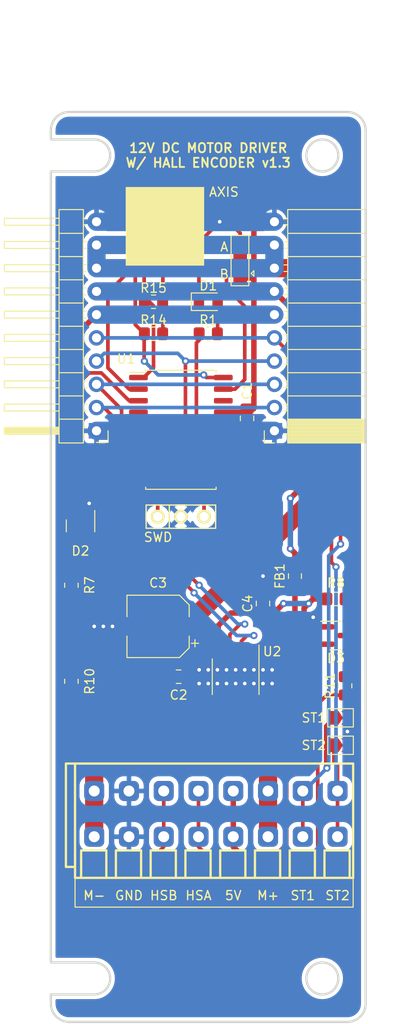
<source format=kicad_pcb>
(kicad_pcb (version 20211014) (generator pcbnew)
  (layers (0 "F.Cu" signal) (31 "B.Cu" power) (34 "B.Paste" user) (35 "F.Paste" user) (36 "B.SilkS" user "B.Silkscreen") (37 "F.SilkS" user "F.Silkscreen") (38 "B.Mask" user) (39 "F.Mask" user) (44 "Edge.Cuts" user))
  (net 0 "")
  (net 1 "GND")
  (net 2 "+3V3")
  (net 3 "+12V")
  (net 4 "Net-(D1-Pad2)")
  (net 5 "/HALL_B")
  (net 6 "/HALL_A")
  (net 7 "+5V")
  (net 8 "Net-(FB1-Pad1)")
  (net 9 "/IRQ")
  (net 10 "/SDA")
  (net 11 "/SCL")
  (net 12 "/MOTOR_P")
  (net 13 "Net-(J3-Pad4)")
  (net 14 "Net-(J3-Pad3)")
  (net 15 "/MOTOR_M")
  (net 16 "/LED")
  (net 17 "/MOTOR_1")
  (net 18 "/MOTOR_2")
  (net 19 "/SWDIO")
  (net 20 "/SWCLK")
  (net 21 "/STOP_2")
  (net 22 "/STOP_1")
  (net 23 "/ADDR")
  (net 24 "/RST")
  (footprint "Package_TO_SOT_SMD:SOT-23" (layer "F.Cu") (at 114 107.5)
    (fp_text reference "D3" (at 0 2.5) (layer "F.SilkS"))
    (fp_text value "BAT54S")
    (pad "1" smd roundrect locked (at -0.9375 -0.95) (size 1.475 0.6) (layers "F.Cu" "F.Paste" "F.Mask") (net 1 "GND"))
    (pad "2" smd roundrect locked (at -0.9375 0.95) (size 1.475 0.6) (layers "F.Cu" "F.Paste" "F.Mask") (net 2 "+3V3"))
    (pad "3" smd roundrect locked (at 0.9375 0) (size 1.475 0.6) (layers "F.Cu" "F.Paste" "F.Mask") (net 6 "/HALL_A"))
  )
  (footprint "Inductor_SMD:L_0805_2012Metric_Pad1.15x1.40mm_HandSolder" (layer "F.Cu") (at 109.5 101 90)
    (fp_text reference "FB1" (at 0 -1.65 90) (layer "F.SilkS"))
    (fp_text value "600R/500mA")
    (pad "1" smd roundrect locked (at -1.025 0 90) (size 1.15 1.4) (layers "F.Cu" "F.Paste" "F.Mask") (roundrect_rratio 0.217391) (net 8 "Net-(FB1-Pad1)"))
    (pad "2" smd roundrect locked (at 1.025 0 90) (size 1.15 1.4) (layers "F.Cu" "F.Paste" "F.Mask") (roundrect_rratio 0.217391) (net 7 "+5V"))
  )
  (footprint "Resistor_SMD:R_0805_2012Metric_Pad1.20x1.40mm_HandSolder" (layer "F.Cu") (at 100 74.5 180)
    (fp_text reference "R1" (at 0 1.5) (layer "F.SilkS"))
    (fp_text value "270R")
    (pad "1" smd roundrect locked (at -1 0 180) (size 1.2 1.4) (layers "F.Cu" "F.Paste" "F.Mask") (roundrect_rratio 0.208333) (net 4 "Net-(D1-Pad2)"))
    (pad "2" smd roundrect locked (at 1 0 180) (size 1.2 1.4) (layers "F.Cu" "F.Paste" "F.Mask") (roundrect_rratio 0.208333) (net 16 "/LED"))
  )
  (footprint "Package_TO_SOT_SMD:SOT-23" (layer "F.Cu") (at 86 95.5 -90)
    (fp_text reference "D2" (at 2.75 0 180) (layer "F.SilkS"))
    (fp_text value "BAT54S")
    (pad "1" smd roundrect locked (at -0.9375 -0.95 270) (size 1.475 0.6) (layers "F.Cu" "F.Paste" "F.Mask") (net 1 "GND"))
    (pad "2" smd roundrect locked (at -0.9375 0.95 270) (size 1.475 0.6) (layers "F.Cu" "F.Paste" "F.Mask") (net 2 "+3V3"))
    (pad "3" smd roundrect locked (at 0.9375 0 270) (size 1.475 0.6) (layers "F.Cu" "F.Paste" "F.Mask") (net 5 "/HALL_B"))
  )
  (footprint "Resistor_SMD:R_0805_2012Metric_Pad1.20x1.40mm_HandSolder" (layer "F.Cu") (at 115 113 90)
    (fp_text reference "R11" (at 0 -1.65 90) (layer "F.SilkS"))
    (fp_text value "270R")
    (pad "1" smd roundrect locked (at -1 0 90) (size 1.2 1.4) (layers "F.Cu" "F.Paste" "F.Mask") (roundrect_rratio 0.208333) (net 13 "Net-(J3-Pad4)"))
    (pad "2" smd roundrect locked (at 1 0 90) (size 1.2 1.4) (layers "F.Cu" "F.Paste" "F.Mask") (roundrect_rratio 0.208333) (net 6 "/HALL_A"))
  )
  (footprint "Resistor_SMD:R_0805_2012Metric_Pad1.20x1.40mm_HandSolder" (layer "F.Cu") (at 85 102 90)
    (fp_text reference "R7" (at 0 2 90) (layer "F.SilkS"))
    (fp_text value "10k")
    (pad "1" smd roundrect locked (at -1 0 90) (size 1.2 1.4) (layers "F.Cu" "F.Paste" "F.Mask") (roundrect_rratio 0.208333) (net 5 "/HALL_B"))
    (pad "2" smd roundrect locked (at 1 0 90) (size 1.2 1.4) (layers "F.Cu" "F.Paste" "F.Mask") (roundrect_rratio 0.208333) (net 2 "+3V3"))
  )
  (footprint "Resistor_SMD:R_0805_2012Metric_Pad1.20x1.40mm_HandSolder" (layer "F.Cu") (at 114 103.5 180)
    (fp_text reference "R8" (at 0 1.75) (layer "F.SilkS"))
    (fp_text value "10k")
    (pad "1" smd roundrect locked (at -1 0 180) (size 1.2 1.4) (layers "F.Cu" "F.Paste" "F.Mask") (roundrect_rratio 0.208333) (net 6 "/HALL_A"))
    (pad "2" smd roundrect locked (at 1 0 180) (size 1.2 1.4) (layers "F.Cu" "F.Paste" "F.Mask") (roundrect_rratio 0.208333) (net 2 "+3V3"))
  )
  (footprint "Capacitor_SMD:CP_Elec_6.3x5.4" (layer "F.Cu") (at 94.5 106.5 180)
    (fp_text reference "C3" (at 0 4.75) (layer "F.SilkS"))
    (fp_text value "100u/16V")
    (pad "1" smd roundrect locked (at -2.8 0 180) (size 3.5 1.6) (layers "F.Cu" "F.Paste" "F.Mask") (roundrect_rratio 0.15625) (net 3 "+12V"))
    (pad "2" smd roundrect locked (at 2.8 0 180) (size 3.5 1.6) (layers "F.Cu" "F.Paste" "F.Mask") (roundrect_rratio 0.15625) (net 1 "GND"))
  )
  (footprint "Package_SO:SOIC-20W_7.5x12.8mm_P1.27mm" (layer "F.Cu") (at 97 85)
    (fp_text reference "U1" (at -6 -7.75) (layer "F.SilkS"))
    (fp_text value "ATSAMD11D14A-SS")
    (pad "1" smd roundrect locked (at -4.65 -5.715) (size 2.05 0.6) (layers "F.Cu" "F.Paste" "F.Mask") (net 21 "/STOP_2"))
    (pad "2" smd roundrect locked (at -4.65 -4.445) (size 2.05 0.6) (layers "F.Cu" "F.Paste" "F.Mask") (net 6 "/HALL_A"))
    (pad "3" smd roundrect locked (at -4.65 -3.175) (size 2.05 0.6) (layers "F.Cu" "F.Paste" "F.Mask") (net 5 "/HALL_B"))
    (pad "4" smd roundrect locked (at -4.65 -1.905) (size 2.05 0.6) (layers "F.Cu" "F.Paste" "F.Mask"))
    (pad "5" smd roundrect locked (at -4.65 -0.635) (size 2.05 0.6) (layers "F.Cu" "F.Paste" "F.Mask"))
    (pad "6" smd roundrect locked (at -4.65 0.635) (size 2.05 0.6) (layers "F.Cu" "F.Paste" "F.Mask") (net 10 "/SDA"))
    (pad "7" smd roundrect locked (at -4.65 1.905) (size 2.05 0.6) (layers "F.Cu" "F.Paste" "F.Mask") (net 11 "/SCL"))
    (pad "8" smd roundrect locked (at -4.65 3.175) (size 2.05 0.6) (layers "F.Cu" "F.Paste" "F.Mask") (net 17 "/MOTOR_1"))
    (pad "9" smd roundrect locked (at -4.65 4.445) (size 2.05 0.6) (layers "F.Cu" "F.Paste" "F.Mask") (net 18 "/MOTOR_2"))
    (pad "10" smd roundrect locked (at -4.65 5.715) (size 2.05 0.6) (layers "F.Cu" "F.Paste" "F.Mask") (net 9 "/IRQ"))
    (pad "11" smd roundrect locked (at 4.65 5.715) (size 2.05 0.6) (layers "F.Cu" "F.Paste" "F.Mask") (net 24 "/RST"))
    (pad "12" smd roundrect locked (at 4.65 4.445) (size 2.05 0.6) (layers "F.Cu" "F.Paste" "F.Mask") (net 20 "/SWCLK"))
    (pad "13" smd roundrect locked (at 4.65 3.175) (size 2.05 0.6) (layers "F.Cu" "F.Paste" "F.Mask") (net 19 "/SWDIO"))
    (pad "14" smd roundrect locked (at 4.65 1.905) (size 2.05 0.6) (layers "F.Cu" "F.Paste" "F.Mask") (net 16 "/LED"))
    (pad "15" smd roundrect locked (at 4.65 0.635) (size 2.05 0.6) (layers "F.Cu" "F.Paste" "F.Mask"))
    (pad "16" smd roundrect locked (at 4.65 -0.635) (size 2.05 0.6) (layers "F.Cu" "F.Paste" "F.Mask") (net 1 "GND"))
    (pad "17" smd roundrect locked (at 4.65 -1.905) (size 2.05 0.6) (layers "F.Cu" "F.Paste" "F.Mask") (net 2 "+3V3"))
    (pad "18" smd roundrect locked (at 4.65 -3.175) (size 2.05 0.6) (layers "F.Cu" "F.Paste" "F.Mask"))
    (pad "19" smd roundrect locked (at 4.65 -4.445) (size 2.05 0.6) (layers "F.Cu" "F.Paste" "F.Mask") (net 23 "/ADDR"))
    (pad "20" smd roundrect locked (at 4.65 -5.715) (size 2.05 0.6) (layers "F.Cu" "F.Paste" "F.Mask") (net 22 "/STOP_1"))
  )
  (footprint "Resistor_SMD:R_0805_2012Metric_Pad1.20x1.40mm_HandSolder" (layer "F.Cu") (at 85 112.5 90)
    (fp_text reference "R10" (at 0 2 90) (layer "F.SilkS"))
    (fp_text value "270R")
    (pad "1" smd roundrect locked (at -1 0 90) (size 1.2 1.4) (layers "F.Cu" "F.Paste" "F.Mask") (roundrect_rratio 0.208333) (net 14 "Net-(J3-Pad3)"))
    (pad "2" smd roundrect locked (at 1 0 90) (size 1.2 1.4) (layers "F.Cu" "F.Paste" "F.Mask") (roundrect_rratio 0.208333) (net 5 "/HALL_B"))
  )
  (footprint "LED_SMD:LED_0805_2012Metric_Pad1.15x1.40mm_HandSolder" (layer "F.Cu") (at 100 71)
    (fp_text reference "D1" (at 0 -1.75) (layer "F.SilkS"))
    (fp_text value "LED")
    (pad "1" smd roundrect locked (at -1.025 0) (size 1.15 1.4) (layers "F.Cu" "F.Paste" "F.Mask") (roundrect_rratio 0.217391) (net 1 "GND"))
    (pad "2" smd roundrect locked (at 1.025 0) (size 1.15 1.4) (layers "F.Cu" "F.Paste" "F.Mask") (roundrect_rratio 0.217391) (net 4 "Net-(D1-Pad2)"))
  )
  (footprint "Capacitor_SMD:C_0805_2012Metric_Pad1.18x1.45mm_HandSolder" (layer "F.Cu") (at 104.25 83.75 -90)
    (fp_text reference "C1" (at -3 0 90) (layer "F.SilkS"))
    (fp_text value "100n")
    (pad "1" smd roundrect locked (at -1.0375 0 270) (size 1.175 1.45) (layers "F.Cu" "F.Paste" "F.Mask") (roundrect_rratio 0.212766) (net 2 "+3V3"))
    (pad "2" smd roundrect locked (at 1.0375 0 270) (size 1.175 1.45) (layers "F.Cu" "F.Paste" "F.Mask") (roundrect_rratio 0.212766) (net 1 "GND"))
  )
  (footprint "Resistor_SMD:R_0805_2012Metric_Pad1.20x1.40mm_HandSolder" (layer "F.Cu") (at 94 74.5)
    (fp_text reference "R14" (at 0 -1.5) (layer "F.SilkS"))
    (fp_text value "10k")
    (pad "1" smd roundrect locked (at -1 0) (size 1.2 1.4) (layers "F.Cu" "F.Paste" "F.Mask") (roundrect_rratio 0.208333) (net 22 "/STOP_1"))
    (pad "2" smd roundrect locked (at 1 0) (size 1.2 1.4) (layers "F.Cu" "F.Paste" "F.Mask") (roundrect_rratio 0.208333) (net 2 "+3V3"))
  )
  (footprint "Resistor_SMD:R_0805_2012Metric_Pad1.20x1.40mm_HandSolder" (layer "F.Cu") (at 94 71)
    (fp_text reference "R15" (at 0 -1.5) (layer "F.SilkS"))
    (fp_text value "10k")
    (pad "1" smd roundrect locked (at -1 0) (size 1.2 1.4) (layers "F.Cu" "F.Paste" "F.Mask") (roundrect_rratio 0.208333) (net 21 "/STOP_2"))
    (pad "2" smd roundrect locked (at 1 0) (size 1.2 1.4) (layers "F.Cu" "F.Paste" "F.Mask") (roundrect_rratio 0.208333) (net 2 "+3V3"))
  )
  (footprint "Drake:DG235-3.81-08P" (layer "F.Cu") (at 87.5 124.5)
    (fp_text reference "J3" hide)
    (fp_text value "Conn_01x08_Female")
    (pad "1" thru_hole roundrect locked (at 0 5) (size 2.2 2.2) (drill 1.2) (layers *.Cu *.Mask) (net 15 "/MOTOR_M"))
    (pad "1" thru_hole roundrect locked (at 0 0) (size 2.2 2.2) (drill 1.2) (layers *.Cu *.Mask) (net 15 "/MOTOR_M"))
    (pad "2" thru_hole roundrect locked (at 3.81 5) (size 2.2 2.2) (drill 1.2) (layers *.Cu *.Mask) (net 1 "GND"))
    (pad "2" thru_hole roundrect locked (at 3.81 0) (size 2.2 2.2) (drill 1.2) (layers *.Cu *.Mask) (net 1 "GND"))
    (pad "3" thru_hole roundrect locked (at 7.62 0) (size 2.2 2.2) (drill 1.2) (layers *.Cu *.Mask) (net 14 "Net-(J3-Pad3)"))
    (pad "3" thru_hole roundrect locked (at 7.62 5) (size 2.2 2.2) (drill 1.2) (layers *.Cu *.Mask) (net 14 "Net-(J3-Pad3)"))
    (pad "4" thru_hole roundrect locked (at 11.43 0) (size 2.2 2.2) (drill 1.2) (layers *.Cu *.Mask) (net 13 "Net-(J3-Pad4)"))
    (pad "4" thru_hole roundrect locked (at 11.43 5) (size 2.2 2.2) (drill 1.2) (layers *.Cu *.Mask) (net 13 "Net-(J3-Pad4)"))
    (pad "5" thru_hole roundrect locked (at 15.24 5) (size 2.2 2.2) (drill 1.2) (layers *.Cu *.Mask) (net 8 "Net-(FB1-Pad1)"))
    (pad "5" thru_hole roundrect locked (at 15.24 0) (size 2.2 2.2) (drill 1.2) (layers *.Cu *.Mask) (net 8 "Net-(FB1-Pad1)"))
    (pad "6" thru_hole roundrect locked (at 19.05 0) (size 2.2 2.2) (drill 1.2) (layers *.Cu *.Mask) (net 12 "/MOTOR_P"))
    (pad "6" thru_hole roundrect locked (at 19.05 5) (size 2.2 2.2) (drill 1.2) (layers *.Cu *.Mask) (net 12 "/MOTOR_P"))
    (pad "7" thru_hole roundrect locked (at 22.86 5) (size 2.2 2.2) (drill 1.2) (layers *.Cu *.Mask) (net 22 "/STOP_1"))
    (pad "7" thru_hole roundrect locked (at 22.86 0) (size 2.2 2.2) (drill 1.2) (layers *.Cu *.Mask) (net 22 "/STOP_1"))
    (pad "8" thru_hole roundrect locked (at 26.67 5) (size 2.2 2.2) (drill 1.2) (layers *.Cu *.Mask) (net 21 "/STOP_2"))
    (pad "8" thru_hole roundrect locked (at 26.67 0) (size 2.2 2.2) (drill 1.2) (layers *.Cu *.Mask) (net 21 "/STOP_2"))
  )
  (footprint "Jumper:SolderJumper-3_P2.0mm_Open_TrianglePad1.0x1.5mm" (layer "F.Cu") (at 103.5 66.5 90)
    (fp_text reference "JP1" hide)
    (fp_text value "SolderJumper_3_Open")
    (pad "1" smd custom locked (at -2 0 90) (size 0.3 0.3) (layers "F.Cu" "F.Mask") (net 2 "+3V3") (options (clearance outline) (anchor rect)) (primitives (gr_poly (pts (xy 1 0) (xy 0.5 0.75) (xy -0.5 0.75) (xy -0.5 -0.75) (xy 0.5 -0.75)) (width 0) (fill yes))))
    (pad "2" smd custom locked (at 0 0 90) (size 0.3 0.3) (layers "F.Cu") (net 23 "/ADDR") (options (clearance outline) (anchor rect)) (primitives (gr_poly (pts (xy 0.7 0) (xy 1.2 0.75) (xy -1.2 0.75) (xy -0.7 0) (xy -1.2 -0.75) (xy 1.2 -0.75)) (width 0) (fill yes))))
    (pad "3" smd custom locked (at 2 0 270) (size 0.3 0.3) (layers "F.Cu" "F.Mask") (net 1 "GND") (options (clearance outline) (anchor rect)) (primitives (gr_poly (pts (xy 1 0) (xy 0.5 0.75) (xy -0.5 0.75) (xy -0.5 -0.75) (xy 0.5 -0.75)) (width 0) (fill yes))))
  )
  (footprint "Jumper:SolderJumper-2_P1.3mm_Open_TrianglePad1.0x1.5mm" (layer "F.Cu") (at 114.5 116.5)
    (fp_text reference "ST1" (at -1.5 0) (layer "F.SilkS") (effects (justify right)))
    (fp_text value "SolderJumper_2_Open")
    (pad "1" smd custom locked (at -0.725 0) (size 0.3 0.3) (layers "F.Cu" "F.Mask") (net 22 "/STOP_1") (options (clearance outline) (anchor rect)) (primitives (gr_poly (pts (xy 1 0) (xy 0.5 0.75) (xy -0.5 0.75) (xy -0.5 -0.75) (xy 0.5 -0.75)) (width 0) (fill yes))))
    (pad "2" smd custom locked (at 0.725 0) (size 0.3 0.3) (layers "F.Cu" "F.Mask") (net 1 "GND") (options (clearance outline) (anchor rect)) (primitives (gr_poly (pts (xy 0.5 0.75) (xy -0.65 0.75) (xy -0.15 0) (xy -0.65 -0.75) (xy 0.5 -0.75)) (width 0) (fill yes))))
  )
  (footprint "Jumper:SolderJumper-2_P1.3mm_Open_TrianglePad1.0x1.5mm" (layer "F.Cu") (at 114.5 119.5)
    (fp_text reference "ST2" (at -1.5 0 180) (layer "F.SilkS") (effects (justify right)))
    (fp_text value "SolderJumper_2_Open")
    (pad "1" smd custom locked (at -0.725 0) (size 0.3 0.3) (layers "F.Cu" "F.Mask") (net 21 "/STOP_2") (options (clearance outline) (anchor rect)) (primitives (gr_poly (pts (xy 1 0) (xy 0.5 0.75) (xy -0.5 0.75) (xy -0.5 -0.75) (xy 0.5 -0.75)) (width 0) (fill yes))))
    (pad "2" smd custom locked (at 0.725 0) (size 0.3 0.3) (layers "F.Cu" "F.Mask") (net 1 "GND") (options (clearance outline) (anchor rect)) (primitives (gr_poly (pts (xy 0.5 0.75) (xy -0.65 0.75) (xy -0.15 0) (xy -0.65 -0.75) (xy 0.5 -0.75)) (width 0) (fill yes))))
  )
  (footprint "Connector_PinHeader_2.54mm:PinHeader_1x10_P2.54mm_Horizontal" (layer "F.Cu") (at 87.75 85.11 180)
    (fp_text reference "J1" hide)
    (fp_text value "T100-IN")
    (pad "1" thru_hole rect locked (at 0 0 180) (size 1.7 1.7) (drill 1) (layers *.Cu *.Mask) (net 1 "GND"))
    (pad "2" thru_hole oval locked (at 0 2.54 180) (size 1.7 1.7) (drill 1) (layers *.Cu *.Mask) (net 11 "/SCL"))
    (pad "3" thru_hole oval locked (at 0 5.08 180) (size 1.7 1.7) (drill 1) (layers *.Cu *.Mask) (net 10 "/SDA"))
    (pad "4" thru_hole oval locked (at 0 7.62 180) (size 1.7 1.7) (drill 1) (layers *.Cu *.Mask) (net 9 "/IRQ"))
    (pad "5" thru_hole oval locked (at 0 10.16 180) (size 1.7 1.7) (drill 1) (layers *.Cu *.Mask) (net 24 "/RST"))
    (pad "6" thru_hole oval locked (at 0 12.7 180) (size 1.7 1.7) (drill 1) (layers *.Cu *.Mask) (net 2 "+3V3"))
    (pad "7" thru_hole oval locked (at 0 15.24 180) (size 1.7 1.7) (drill 1) (layers *.Cu *.Mask) (net 7 "+5V"))
    (pad "8" thru_hole oval locked (at 0 17.78 180) (size 1.7 1.7) (drill 1) (layers *.Cu *.Mask) (net 3 "+12V"))
    (pad "9" thru_hole oval locked (at 0 20.32 180) (size 1.7 1.7) (drill 1) (layers *.Cu *.Mask) (net 3 "+12V"))
    (pad "10" thru_hole oval locked (at 0 22.86 180) (size 1.7 1.7) (drill 1) (layers *.Cu *.Mask) (net 1 "GND"))
  )
  (footprint "Connector_PinSocket_2.54mm:PinSocket_1x10_P2.54mm_Horizontal" (layer "F.Cu") (at 107.25 85.11 180)
    (fp_text reference "J2" hide)
    (fp_text value "T100-OUT")
    (pad "1" thru_hole rect locked (at 0 0 180) (size 1.7 1.7) (drill 1) (layers *.Cu *.Mask) (net 1 "GND"))
    (pad "2" thru_hole oval locked (at 0 2.54 180) (size 1.7 1.7) (drill 1) (layers *.Cu *.Mask) (net 11 "/SCL"))
    (pad "3" thru_hole oval locked (at 0 5.08 180) (size 1.7 1.7) (drill 1) (layers *.Cu *.Mask) (net 10 "/SDA"))
    (pad "4" thru_hole oval locked (at 0 7.62 180) (size 1.7 1.7) (drill 1) (layers *.Cu *.Mask) (net 9 "/IRQ"))
    (pad "5" thru_hole oval locked (at 0 10.16 180) (size 1.7 1.7) (drill 1) (layers *.Cu *.Mask) (net 24 "/RST"))
    (pad "6" thru_hole oval locked (at 0 12.7 180) (size 1.7 1.7) (drill 1) (layers *.Cu *.Mask) (net 2 "+3V3"))
    (pad "7" thru_hole oval locked (at 0 15.24 180) (size 1.7 1.7) (drill 1) (layers *.Cu *.Mask) (net 7 "+5V"))
    (pad "8" thru_hole oval locked (at 0 17.78 180) (size 1.7 1.7) (drill 1) (layers *.Cu *.Mask) (net 3 "+12V"))
    (pad "9" thru_hole oval locked (at 0 20.32 180) (size 1.7 1.7) (drill 1) (layers *.Cu *.Mask) (net 3 "+12V"))
    (pad "10" thru_hole oval locked (at 0 22.86 180) (size 1.7 1.7) (drill 1) (layers *.Cu *.Mask) (net 1 "GND"))
  )
  (footprint "Capacitor_SMD:C_0805_2012Metric_Pad1.18x1.45mm_HandSolder" (layer "F.Cu") (at 96.75 112)
    (fp_text reference "C2" (at 0 2) (layer "F.SilkS"))
    (fp_text value "100n")
    (pad "1" smd roundrect locked (at -1.0375 0) (size 1.175 1.45) (layers "F.Cu" "F.Paste" "F.Mask") (roundrect_rratio 0.212766) (net 3 "+12V"))
    (pad "2" smd roundrect locked (at 1.0375 0) (size 1.175 1.45) (layers "F.Cu" "F.Paste" "F.Mask") (roundrect_rratio 0.212766) (net 1 "GND"))
  )
  (footprint "Drake:SWD" (layer "F.Cu") (at 97 94.5)
    (fp_text reference "X1" hide)
    (fp_text value "SWD")
    (pad "1" thru_hole circle locked (at -2.54 0) (size 1.524 1.524) (drill 1.016) (layers *.Cu *.Mask "F.SilkS") (net 19 "/SWDIO"))
    (pad "2" thru_hole circle locked (at 0 0) (size 1.524 1.524) (drill 1.016) (layers *.Cu *.Mask "F.SilkS") (net 1 "GND"))
    (pad "3" thru_hole circle locked (at 2.54 0) (size 1.524 1.524) (drill 1.016) (layers *.Cu *.Mask "F.SilkS") (net 20 "/SWCLK"))
  )
  (footprint "Capacitor_SMD:C_0805_2012Metric_Pad1.18x1.45mm_HandSolder" (layer "F.Cu") (at 106 104 90)
    (fp_text reference "C4" (at 0 -1.68 90) (layer "F.SilkS"))
    (fp_text value "100n")
    (pad "1" smd roundrect locked (at -1.0375 0 90) (size 1.175 1.45) (layers "F.Cu" "F.Paste" "F.Mask") (roundrect_rratio 0.212766) (net 2 "+3V3"))
    (pad "2" smd roundrect locked (at 1.0375 0 90) (size 1.175 1.45) (layers "F.Cu" "F.Paste" "F.Mask") (roundrect_rratio 0.212766) (net 1 "GND"))
  )
  (footprint "Package_SO:HSOP-8-1EP_3.9x4.9mm_P1.27mm_EP2.41x3.1mm" (layer "F.Cu") (at 103 112 -90)
    (fp_text reference "U2" (at -2.75 -4 180) (layer "F.SilkS"))
    (fp_text value "TB67H451FNG")
    (pad "1" smd roundrect locked (at -2.65 -1.905 270) (size 1.6 0.6) (layers "F.Cu" "F.Paste" "F.Mask") (net 1 "GND"))
    (pad "2" smd roundrect locked (at -2.65 -0.635 270) (size 1.6 0.6) (layers "F.Cu" "F.Paste" "F.Mask") (net 17 "/MOTOR_1"))
    (pad "3" smd roundrect locked (at -2.65 0.635 270) (size 1.6 0.6) (layers "F.Cu" "F.Paste" "F.Mask") (net 18 "/MOTOR_2"))
    (pad "4" smd roundrect locked (at -2.65 1.905 270) (size 1.6 0.6) (layers "F.Cu" "F.Paste" "F.Mask") (net 2 "+3V3"))
    (pad "5" smd roundrect locked (at 2.65 1.905 270) (size 1.6 0.6) (layers "F.Cu" "F.Paste" "F.Mask") (net 3 "+12V"))
    (pad "6" smd roundrect locked (at 2.65 0.635 270) (size 1.6 0.6) (layers "F.Cu" "F.Paste" "F.Mask") (net 15 "/MOTOR_M"))
    (pad "7" smd roundrect locked (at 2.65 -0.635 270) (size 1.6 0.6) (layers "F.Cu" "F.Paste" "F.Mask") (net 1 "GND"))
    (pad "8" smd roundrect locked (at 2.65 -1.905 270) (size 1.6 0.6) (layers "F.Cu" "F.Paste" "F.Mask") (net 12 "/MOTOR_P"))
    (pad "9" smd rect locked (at 0 0 270) (size 2.41 3.1) (layers "F.Cu" "F.Mask") (net 1 "GND"))
  )
  (gr_line (start 115.88 137.199999) (end 115.88 133.999999) (layer "F.SilkS") (width 0.12))
  (gr_line (start 85.4 137.2) (end 85.4 134) (layer "F.SilkS") (width 0.12))
  (gr_line (start 115.88 137.199999) (end 85.4 137.2) (layer "F.SilkS") (width 0.12))
  (gr_poly (pts (xy 99.5 67) (xy 91 67) (xy 91 58.5) (xy 99.5 58.5)) (layer "F.SilkS") (width 0.1) (fill solid))
  (gr_line (start 115.25 149.75) (end 84.749999 149.75) (layer "Edge.Cuts") (width 0.254))
  (gr_arc (start 117.25 147.75) (mid 116.664214 149.164214) (end 115.25 149.75) (layer "Edge.Cuts") (width 0.254))
  (gr_line (start 82.749999 147.75) (end 82.749999 146.75) (layer "Edge.Cuts") (width 0.254))
  (gr_line (start 87.5 143.25) (end 82.749999 143.25) (layer "Edge.Cuts") (width 0.254))
  (gr_line (start 87.5 56.749999) (end 82.75 56.749999) (layer "Edge.Cuts") (width 0.254))
  (gr_arc (start 87.5 143.25) (mid 89.25 145) (end 87.5 146.75) (layer "Edge.Cuts") (width 0.254))
  (gr_circle (center 112.5 145) (end 114.25 145) (layer "Edge.Cuts") (width 0.254) (fill none))
  (gr_line (start 87.5 146.75) (end 82.749999 146.75) (layer "Edge.Cuts") (width 0.254))
  (gr_arc (start 115.25 50.25) (mid 116.664214 50.835786) (end 117.25 52.25) (layer "Edge.Cuts") (width 0.254))
  (gr_line (start 117.25 147.75) (end 117.25 52.25) (layer "Edge.Cuts") (width 0.254))
  (gr_arc (start 87.5 53.249999) (mid 89.25 54.999999) (end 87.5 56.749999) (layer "Edge.Cuts") (width 0.254))
  (gr_arc (start 84.749999 149.75) (mid 83.335785 149.164214) (end 82.749999 147.75) (layer "Edge.Cuts") (width 0.254))
  (gr_line (start 87.5 53.249999) (end 82.75 53.249999) (layer "Edge.Cuts") (width 0.254))
  (gr_line (start 82.75 53.249999) (end 82.75 52.25) (layer "Edge.Cuts") (width 0.254))
  (gr_line (start 82.749999 143.25) (end 82.75 56.749999) (layer "Edge.Cuts") (width 0.254))
  (gr_circle (center 112.5 55) (end 114.25 55) (layer "Edge.Cuts") (width 0.254) (fill none))
  (gr_arc (start 82.75 52.25) (mid 83.335786 50.835786) (end 84.75 50.25) (layer "Edge.Cuts") (width 0.254))
  (gr_line (start 115.25 50.25) (end 84.75 50.25) (layer "Edge.Cuts") (width 0.254))
  (gr_text "12V DC MOTOR DRIVER\nW/ HALL ENCODER v1.3" (at 100 55) (layer "F.SilkS") (effects (font (size 1 1) (thickness 0.2))))
  (gr_text "M-" (at 87.5 135.93) (layer "F.SilkS") (effects (font (size 1 1))))
  (gr_text "5V" (at 102.74 135.93) (layer "F.SilkS") (effects (font (size 1 1))))
  (gr_text "ST1" (at 110.36 135.93) (layer "F.SilkS") (effects (font (size 1 1))))
  (gr_text "ST2" (at 114.17 135.93) (layer "F.SilkS") (effects (font (size 1 1))))
  (gr_text "SWD" (at 94.5 96.75) (layer "F.SilkS") (effects (font (size 1 1))))
  (gr_text "GND" (at 91.31 135.93) (layer "F.SilkS") (effects (font (size 1 1))))
  (gr_text "B" (at 101.75 68) (layer "F.SilkS") (effects (font (size 1 1))))
  (gr_text "HSA" (at 98.93 135.93) (layer "F.SilkS") (effects (font (size 1 1))))
  (gr_text "A" (at 101.75 65) (layer "F.SilkS") (effects (font (size 1 1))))
  (gr_text "M+" (at 106.55 135.93) (layer "F.SilkS") (effects (font (size 1 1))))
  (gr_text "HSB" (at 95.12 135.93) (layer "F.SilkS") (effects (font (size 1 1))))
  (gr_text "AXIS" (at 100 59) (layer "F.SilkS") (effects (font (size 1 1)) (justify left)))
  (segment (start 86.95 94.5) (end 86.95 93.05) (width 0.4) (layer "F.Cu") (net 1))
  (segment (start 104.25 84.775) (end 106.915 84.775) (width 0.6) (layer "F.Cu") (net 1))
  (segment (start 106.915 84.775) (end 107.25 85.11) (width 0.6) (layer "F.Cu") (net 1))
  (segment (start 113 106.55) (end 111.95 106.55) (width 0.6) (layer "F.Cu") (net 1))
  (segment (start 103 112) (end 107 112) (width 2.4) (layer "F.Cu") (net 1))
  (segment (start 115.225 117.975) (end 115.225 119.5) (width 0.4) (layer "F.Cu") (net 1))
  (segment (start 103.84 84.365) (end 104.25 84.775) (width 0.6) (layer "F.Cu") (net 1))
  (segment (start 101.65 84.365) (end 103.84 84.365) (width 0.6) (layer "F.Cu") (net 1))
  (segment (start 115.225 116.5) (end 115.225 117.975) (width 0.4) (layer "F.Cu") (net 1))
  (segment (start 111.95 106.55) (end 111.5 106.1) (width 0.6) (layer "F.Cu") (net 1))
  (segment (start 111.5 106.1) (end 111.5 105.5) (width 0.6) (layer "F.Cu") (net 1))
  (segment (start 106 102.9625) (end 106 101) (width 0.6) (layer "F.Cu") (net 1))
  (segment (start 98.975 71) (end 98.975 64.525) (width 0.4) (layer "F.Cu") (net 1))
  (segment (start 99 112) (end 103 112) (width 2.4) (layer "F.Cu") (net 1))
  (segment (start 103.5 64.5) (end 103.5 63.5) (width 0.4) (layer "F.Cu") (net 1))
  (segment (start 103.5 63.5) (end 102.25 62.25) (width 0.4) (layer "F.Cu") (net 1))
  (segment (start 115.225 117.975) (end 115.25 118) (width 0.4) (layer "F.Cu") (net 1))
  (segment (start 102.25 62.25) (end 101.25 62.25) (width 0.4) (layer "F.Cu") (net 1))
  (segment (start 98.975 64.525) (end 101.25 62.25) (width 0.4) (layer "F.Cu") (net 1))
  (segment (start 91.7 106.5) (end 87.5 106.5) (width 1.6) (layer "F.Cu") (net 1))
  (via (at 103 112.75) (size 0.8) (drill 0.4) (layers "F.Cu" "B.Cu") (net 1))
  (via (at 106 111.25) (size 0.8) (drill 0.4) (layers "F.Cu" "B.Cu") (net 1))
  (via (at 88.5 106.5) (size 0.8) (drill 0.4) (layers "F.Cu" "B.Cu") (net 1))
  (via (at 102 111.25) (size 0.8) (drill 0.4) (layers "F.Cu" "B.Cu") (net 1))
  (via (at 107 112.75) (size 0.8) (drill 0.4) (layers "F.Cu" "B.Cu") (net 1))
  (via (at 103 111.25) (size 0.8) (drill 0.4) (layers "F.Cu" "B.Cu") (net 1))
  (via (at 105 111.25) (size 0.8) (drill 0.4) (layers "F.Cu" "B.Cu") (net 1))
  (via (at 105 112.75) (size 0.8) (drill 0.4) (layers "F.Cu" "B.Cu") (net 1))
  (via (at 101 111.25) (size 0.8) (drill 0.4) (layers "F.Cu" "B.Cu") (net 1))
  (via (at 99 112.75) (size 0.8) (drill 0.4) (layers "F.Cu" "B.Cu") (net 1))
  (via (at 115.25 118) (size 0.8) (drill 0.4) (layers "F.Cu" "B.Cu") (net 1))
  (via (at 104 112.75) (size 0.8) (drill 0.4) (layers "F.Cu" "B.Cu") (net 1))
  (via (at 101.25 62.25) (size 0.8) (drill 0.4) (layers "F.Cu" "B.Cu") (net 1))
  (via (at 101 112.75) (size 0.8) (drill 0.4) (layers "F.Cu" "B.Cu") (net 1))
  (via (at 100 111.25) (size 0.8) (drill 0.4) (layers "F.Cu" "B.Cu") (net 1))
  (via (at 106 112.75) (size 0.8) (drill 0.4) (layers "F.Cu" "B.Cu") (net 1))
  (via (at 86.95 93.05) (size 0.8) (drill 0.4) (layers "F.Cu" "B.Cu") (net 1))
  (via (at 99 111.25) (size 0.8) (drill 0.4) (layers "F.Cu" "B.Cu") (net 1))
  (via (at 107 111.25) (size 0.8) (drill 0.4) (layers "F.Cu" "B.Cu") (net 1))
  (via (at 111.5 105.5) (size 0.8) (drill 0.4) (layers "F.Cu" "B.Cu") (net 1))
  (via (at 102 112.75) (size 0.8) (drill 0.4) (layers "F.Cu" "B.Cu") (net 1))
  (via (at 106 101) (size 0.8) (drill 0.4) (layers "F.Cu" "B.Cu") (net 1))
  (via (at 104 111.25) (size 0.8) (drill 0.4) (layers "F.Cu" "B.Cu") (net 1))
  (via (at 100 112.75) (size 0.8) (drill 0.4) (layers "F.Cu" "B.Cu") (net 1))
  (via (at 87.5 106.5) (size 0.8) (drill 0.4) (layers "F.Cu" "B.Cu") (net 1))
  (via (at 89.5 106.5) (size 0.8) (drill 0.4) (layers "F.Cu" "B.Cu") (net 1))
  (segment (start 101.25 62.25) (end 107.25 62.25) (width 2) (layer "B.Cu") (net 1))
  (segment (start 87.75 62.25) (end 101.25 62.25) (width 2) (layer "B.Cu") (net 1))
  (segment (start 87.75 85.11) (end 107.25 85.11) (width 2) (layer "B.Cu") (net 1))
  (segment (start 105 61) (end 105 68.5) (width 0.6) (layer "F.Cu") (net 2))
  (segment (start 111.5 103.5) (end 113 103.5) (width 0.6) (layer "F.Cu") (net 2))
  (segment (start 113 108.45) (end 111.95 108.45) (width 0.6) (layer "F.Cu") (net 2))
  (segment (start 111.95 108.45) (end 110.5 107) (width 0.6) (layer "F.Cu") (net 2))
  (segment (start 107.2125 105.0375) (end 106 105.0375) (width 0.6) (layer "F.Cu") (net 2))
  (segment (start 104.95 82.725) (end 104.25 82.725) (width 0.6) (layer "F.Cu") (net 2))
  (segment (start 101 61) (end 105 61) (width 0.4) (layer "F.Cu") (net 2))
  (segment (start 111.5 103.5) (end 111.5 97) (width 0.6) (layer "F.Cu") (net 2))
  (segment (start 110.5 104.5) (end 111.5 103.5) (width 0.6) (layer "F.Cu") (net 2))
  (segment (start 103.5 68.5) (end 105 68.5) (width 0.4) (layer "F.Cu") (net 2))
  (segment (start 95.025 71) (end 95.025 66.975) (width 0.4) (layer "F.Cu") (net 2))
  (segment (start 105 82.675) (end 104.95 82.725) (width 0.6) (layer "F.Cu") (net 2))
  (segment (start 106 60) (end 105.5 60.5) (width 0.6) (layer "F.Cu") (net 2))
  (segment (start 95.025 71) (end 95.025 74.5) (width 0.4) (layer "F.Cu") (net 2))
  (segment (start 105 72.41) (end 107.25 72.41) (width 0.6) (layer "F.Cu") (net 2))
  (segment (start 114 94.5) (end 114 62) (width 0.6) (layer "F.Cu") (net 2))
  (segment (start 105.5 60.5) (end 105 61) (width 0.6) (layer "F.Cu") (net 2))
  (segment (start 85.05 98.55) (end 85.05 100.925) (width 0.6) (layer "F.Cu") (net 2))
  (segment (start 103.88 83.095) (end 104.25 82.725) (width 0.6) (layer "F.Cu") (net 2))
  (segment (start 108.25 104) (end 107.2125 105.0375) (width 0.6) (layer "F.Cu") (net 2))
  (segment (start 95.025 66.975) (end 101 61) (width 0.4) (layer "F.Cu") (net 2))
  (segment (start 106 105.0375) (end 102.4625 105.0375) (width 0.6) (layer "F.Cu") (net 2))
  (segment (start 85.05 94.5) (end 85.05 98.55) (width 0.6) (layer "F.Cu") (net 2))
  (segment (start 85.05 75.11) (end 87.75 72.41) (width 0.6) (layer "F.Cu") (net 2))
  (segment (start 85.05 100.925) (end 85 100.975) (width 0.6) (layer "F.Cu") (net 2))
  (segment (start 110.5 107) (end 110.5 104.5) (width 0.6) (layer "F.Cu") (net 2))
  (segment (start 85.05 94.5) (end 85.05 75.11) (width 0.6) (layer "F.Cu") (net 2))
  (segment (start 102.4625 105.0375) (end 101.095 106.405) (width 0.6) (layer "F.Cu") (net 2))
  (segment (start 101.65 83.095) (end 103.88 83.095) (width 0.6) (layer "F.Cu") (net 2))
  (segment (start 101.095 106.405) (end 101.095 109.35) (width 0.6) (layer "F.Cu") (net 2))
  (segment (start 112 60) (end 106 60) (width 0.6) (layer "F.Cu") (net 2))
  (segment (start 105 68.5) (end 105 82.675) (width 0.6) (layer "F.Cu") (net 2))
  (segment (start 114 62) (end 112 60) (width 0.6) (layer "F.Cu") (net 2))
  (segment (start 111.5 97) (end 114 94.5) (width 0.6) (layer "F.Cu") (net 2))
  (via (at 111 104) (size 0.8) (drill 0.4) (layers "F.Cu" "B.Cu") (net 2))
  (via (at 108.25 104) (size 0.8) (drill 0.4) (layers "F.Cu" "B.Cu") (net 2))
  (segment (start 103.59 72.41) (end 107.25 72.41) (width 2) (layer "B.Cu") (net 2))
  (segment (start 87.75 72.41) (end 103.59 72.41) (width 2) (layer "B.Cu") (net 2))
  (segment (start 111 104) (end 108.25 104) (width 0.6) (layer "B.Cu") (net 2))
  (segment (start 111.5 69.5) (end 111.5 92.5) (width 2) (layer "F.Cu") (net 3))
  (segment (start 109.33 67.33) (end 111.5 69.5) (width 2) (layer "F.Cu") (net 3))
  (segment (start 107.25 67.33) (end 109.33 67.33) (width 2) (layer "F.Cu") (net 3))
  (segment (start 111.5 92.5) (end 95.25 108.75) (width 2) (layer "F.Cu") (net 3))
  (segment (start 95.25 113.25) (end 96.75 114.75) (width 2) (layer "F.Cu") (net 3))
  (segment (start 95.25 108.75) (end 95.25 113.25) (width 2) (layer "F.Cu") (net 3))
  (segment (start 96.75 114.75) (end 100.5 114.75) (width 2) (layer "F.Cu") (net 3))
  (segment (start 87.75 64.79) (end 87.75 67.33) (width 2) (layer "B.Cu") (net 3))
  (segment (start 87.75 67.33) (end 107.25 67.33) (width 2) (layer "B.Cu") (net 3))
  (segment (start 87.75 64.79) (end 107.25 64.79) (width 2) (layer "B.Cu") (net 3))
  (segment (start 107.25 64.79) (end 107.25 67.33) (width 2) (layer "B.Cu") (net 3))
  (segment (start 101.025 74.5) (end 101.025 71) (width 0.4) (layer "F.Cu") (net 4))
  (segment (start 86.75 97.1875) (end 86 96.4375) (width 0.6) (layer "F.Cu") (net 5))
  (segment (start 85 111.5) (end 85 103.025) (width 0.4) (layer "F.Cu") (net 5))
  (segment (start 91.325 81.825) (end 92.35 81.825) (width 0.4) (layer "F.Cu") (net 5))
  (segment (start 86.75 102.25) (end 86.75 97.1875) (width 0.6) (layer "F.Cu") (net 5))
  (segment (start 88.279999 78.779999) (end 91.325 81.825) (width 0.4) (layer "F.Cu") (net 5))
  (segment (start 86 79.714999) (end 86.935 78.779999) (width 0.4) (layer "F.Cu") (net 5))
  (segment (start 85 103) (end 86 103) (width 0.6) (layer "F.Cu") (net 5))
  (segment (start 86 103) (end 86.75 102.25) (width 0.6) (layer "F.Cu") (net 5))
  (segment (start 86.935 78.779999) (end 88.279999 78.779999) (width 0.4) (layer "F.Cu") (net 5))
  (segment (start 86 96.5) (end 86 79.714999) (width 0.4) (layer "F.Cu") (net 5))
  (segment (start 115 107.5) (end 115 111.975) (width 0.4) (layer "F.Cu") (net 6))
  (segment (start 115.6 103.5) (end 115.025 103.5) (width 0.4) (layer "F.Cu") (net 6))
  (segment (start 115.025 103.5) (end 115.025 107.475) (width 0.4) (layer "F.Cu") (net 6))
  (segment (start 91.325 80.555) (end 89 78.23) (width 0.4) (layer "F.Cu") (net 6))
  (segment (start 89 78.23) (end 89 70) (width 0.4) (layer "F.Cu") (net 6))
  (segment (start 89 70) (end 101 58) (width 0.4) (layer "F.Cu") (net 6))
  (segment (start 116.5 102.6) (end 115.6 103.5) (width 0.4) (layer "F.Cu") (net 6))
  (segment (start 113 58) (end 116.5 61.5) (width 0.4) (layer "F.Cu") (net 6))
  (segment (start 115.025 107.475) (end 115 107.5) (width 0.4) (layer "F.Cu") (net 6))
  (segment (start 116.5 61.5) (end 116.5 102.6) (width 0.4) (layer "F.Cu") (net 6))
  (segment (start 92.35 80.555) (end 91.325 80.555) (width 0.4) (layer "F.Cu") (net 6))
  (segment (start 101 58) (end 113 58) (width 0.4) (layer "F.Cu") (net 6))
  (segment (start 109.000008 92.5) (end 109.700011 91.799997) (width 0.6) (layer "F.Cu") (net 7))
  (segment (start 109.700011 72.320011) (end 107.25 69.87) (width 0.6) (layer "F.Cu") (net 7))
  (segment (start 109.5 98.5) (end 109 98) (width 0.6) (layer "F.Cu") (net 7))
  (segment (start 109.5 99.975) (end 109.5 98.5) (width 0.6) (layer "F.Cu") (net 7))
  (segment (start 109.700011 91.799997) (end 109.700011 72.320011) (width 0.6) (layer "F.Cu") (net 7))
  (via (at 109 98) (size 0.8) (drill 0.4) (layers "F.Cu" "B.Cu") (net 7))
  (via (at 109.000008 92.5) (size 0.8) (drill 0.4) (layers "F.Cu" "B.Cu") (net 7))
  (segment (start 87.75 69.87) (end 107.25 69.87) (width 2) (layer "B.Cu") (net 7))
  (segment (start 109 92.500008) (end 109.000008 92.5) (width 0.6) (layer "B.Cu") (net 7))
  (segment (start 109 98) (end 109 92.500008) (width 0.6) (layer "B.Cu") (net 7))
  (segment (start 111 120.5) (end 108.5 123) (width 0.6) (layer "F.Cu") (net 8))
  (segment (start 102.74 129.5) (end 102.74 124.5) (width 0.6) (layer "F.Cu") (net 8))
  (segment (start 109.5 110.360678) (end 111 111.860678) (width 0.6) (layer "F.Cu") (net 8))
  (segment (start 103.64 131.5) (end 102.74 130.6) (width 0.6) (layer "F.Cu") (net 8))
  (segment (start 109.5 102.025) (end 109.5 110.360678) (width 0.6) (layer "F.Cu") (net 8))
  (segment (start 108.5 130.5) (end 107.5 131.5) (width 0.6) (layer "F.Cu") (net 8))
  (segment (start 108.5 123) (end 108.5 130.5) (width 0.6) (layer "F.Cu") (net 8))
  (segment (start 107.5 131.5) (end 103.64 131.5) (width 0.6) (layer "F.Cu") (net 8))
  (segment (start 111 111.860678) (end 111 120.5) (width 0.6) (layer "F.Cu") (net 8))
  (segment (start 102.74 130.6) (end 102.74 129.5) (width 0.6) (layer "F.Cu") (net 8))
  (segment (start 92.35 90.715) (end 93.085 90.715) (width 0.4) (layer "F.Cu") (net 9))
  (segment (start 97.5 86.5) (end 97.5 77.5) (width 0.4) (layer "F.Cu") (net 9))
  (segment (start 93.3 90.7) (end 97.5 86.5) (width 0.4) (layer "F.Cu") (net 9))
  (segment (start 97.5 77.5) (end 97.51 77.49) (width 0.4) (layer "F.Cu") (net 9))
  (segment (start 93.085 90.715) (end 93.1 90.7) (width 0.4) (layer "F.Cu") (net 9))
  (segment (start 93.1 90.7) (end 93.3 90.7) (width 0.4) (layer "F.Cu") (net 9))
  (via (at 97.51 77.49) (size 0.8) (drill 0.4) (layers "F.Cu" "B.Cu") (net 9))
  (segment (start 96.660001 76.640001) (end 97.110001 77.090001) (width 0.4) (layer "B.Cu") (net 9))
  (segment (start 97.110001 77.090001) (end 97.51 77.49) (width 0.4) (layer "B.Cu") (net 9))
  (segment (start 87.75 77.49) (end 88.599999 76.640001) (width 0.4) (layer "B.Cu") (net 9))
  (segment (start 88.599999 76.640001) (end 96.660001 76.640001) (width 0.4) (layer "B.Cu") (net 9))
  (segment (start 97.51 77.49) (end 107.25 77.49) (width 0.4) (layer "B.Cu") (net 9))
  (segment (start 90.5 84.81) (end 90.5 82.78) (width 0.4) (layer "F.Cu") (net 10))
  (segment (start 91.325 85.635) (end 90.5 84.81) (width 0.4) (layer "F.Cu") (net 10))
  (segment (start 92.35 85.635) (end 91.325 85.635) (width 0.4) (layer "F.Cu") (net 10))
  (segment (start 90.5 82.78) (end 87.75 80.03) (width 0.4) (layer "F.Cu") (net 10))
  (segment (start 87.75 80.03) (end 107.25 80.03) (width 0.4) (layer "B.Cu") (net 10))
  (segment (start 88.57 82.57) (end 89.5 83.5) (width 0.4) (layer "F.Cu") (net 11))
  (segment (start 87.75 82.57) (end 88.57 82.57) (width 0.4) (layer "F.Cu") (net 11))
  (segment (start 89.5 83.5) (end 89.5 85.08) (width 0.4) (layer "F.Cu") (net 11))
  (segment (start 89.5 85.08) (end 91.325 86.905) (width 0.4) (layer "F.Cu") (net 11))
  (segment (start 91.325 86.905) (end 92.35 86.905) (width 0.4) (layer "F.Cu") (net 11))
  (segment (start 87.75 82.57) (end 107.25 82.57) (width 0.4) (layer "B.Cu") (net 11))
  (segment (start 104.905 116.405) (end 105 116.5) (width 0.6) (layer "F.Cu") (net 12))
  (segment (start 106.55 118.05) (end 105 116.5) (width 2) (layer "F.Cu") (net 12))
  (segment (start 106.55 124.5) (end 106.55 118.05) (width 2) (layer "F.Cu") (net 12))
  (segment (start 106.55 124.5) (end 106.55 129.5) (width 2) (layer "F.Cu") (net 12))
  (segment (start 104.905 114.65) (end 104.905 116.405) (width 0.6) (layer "F.Cu") (net 12))
  (segment (start 115 114.025) (end 112.975 114.025) (width 0.4) (layer "F.Cu") (net 13))
  (segment (start 112.975 114.025) (end 112 115) (width 0.4) (layer "F.Cu") (net 13))
  (segment (start 98.93 124.5) (end 98.93 129.5) (width 0.4) (layer "F.Cu") (net 13))
  (segment (start 100.83 132.5) (end 98.93 130.6) (width 0.4) (layer "F.Cu") (net 13))
  (segment (start 110.5 132.5) (end 100.83 132.5) (width 0.4) (layer "F.Cu") (net 13))
  (segment (start 98.93 130.6) (end 98.93 129.5) (width 0.4) (layer "F.Cu") (net 13))
  (segment (start 112 115) (end 112 131) (width 0.4) (layer "F.Cu") (net 13))
  (segment (start 112 131) (end 110.5 132.5) (width 0.4) (layer "F.Cu") (net 13))
  (segment (start 86.5 131.5) (end 94.22 131.5) (width 0.4) (layer "F.Cu") (net 14))
  (segment (start 95.12 124.5) (end 95.12 129.5) (width 0.4) (layer "F.Cu") (net 14))
  (segment (start 85 130) (end 86.5 131.5) (width 0.4) (layer "F.Cu") (net 14))
  (segment (start 94.22 131.5) (end 95.12 130.6) (width 0.4) (layer "F.Cu") (net 14))
  (segment (start 85 113.5) (end 85 130) (width 0.4) (layer "F.Cu") (net 14))
  (segment (start 95.12 130.6) (end 95.12 129.5) (width 0.4) (layer "F.Cu") (net 14))
  (segment (start 87.5 124.5) (end 87.5 121.75) (width 2) (layer "F.Cu") (net 15))
  (segment (start 99.75 119) (end 102.25 116.5) (width 2) (layer "F.Cu") (net 15))
  (segment (start 87.5 124.5) (end 87.5 129.5) (width 2) (layer "F.Cu") (net 15))
  (segment (start 87.5 121.75) (end 90.25 119) (width 2) (layer "F.Cu") (net 15))
  (segment (start 102.365 116.385) (end 102.25 116.5) (width 0.6) (layer "F.Cu") (net 15))
  (segment (start 102.365 114.65) (end 102.365 116.385) (width 0.6) (layer "F.Cu") (net 15))
  (segment (start 90.25 119) (end 99.75 119) (width 2) (layer "F.Cu") (net 15))
  (segment (start 98.699999 84.979999) (end 100.625 86.905) (width 0.4) (layer "F.Cu") (net 16))
  (segment (start 99 75.2) (end 98.699999 75.500001) (width 0.4) (layer "F.Cu") (net 16))
  (segment (start 100.625 86.905) (end 101.65 86.905) (width 0.4) (layer "F.Cu") (net 16))
  (segment (start 98.699999 75.500001) (end 98.699999 84.979999) (width 0.4) (layer "F.Cu") (net 16))
  (segment (start 99 74.5) (end 99 75.2) (width 0.4) (layer "F.Cu") (net 16))
  (segment (start 98.451075 102.798925) (end 98.451075 102.826138) (width 0.4) (layer "F.Cu") (net 17))
  (segment (start 104.25 107.5) (end 103.635 108.115) (width 0.4) (layer "F.Cu") (net 17))
  (segment (start 103.635 108.115) (end 103.635 109.35) (width 0.4) (layer "F.Cu") (net 17))
  (segment (start 90 89.5) (end 90 94.34785) (width 0.4) (layer "F.Cu") (net 17))
  (segment (start 92.35 88.175) (end 91.325 88.175) (width 0.4) (layer "F.Cu") (net 17))
  (segment (start 105 107.5) (end 104.25 107.5) (width 0.4) (layer "F.Cu") (net 17))
  (segment (start 98.451075 102.826138) (end 98.445576 102.831637) (width 0.4) (layer "F.Cu") (net 17))
  (segment (start 91.325 88.175) (end 90 89.5) (width 0.4) (layer "F.Cu") (net 17))
  (segment (start 90 94.34785) (end 98.451075 102.798925) (width 0.4) (layer "F.Cu") (net 17))
  (via (at 98.445576 102.831637) (size 0.8) (drill 0.4) (layers "F.Cu" "B.Cu") (net 17))
  (via (at 105 107.5) (size 0.8) (drill 0.4) (layers "F.Cu" "B.Cu") (net 17))
  (segment (start 98.445576 102.831637) (end 103.113939 107.5) (width 0.4) (layer "B.Cu") (net 17))
  (segment (start 103.113939 107.5) (end 105 107.5) (width 0.4) (layer "B.Cu") (net 17))
  (segment (start 91.325 89.445) (end 90.75 90.02) (width 0.4) (layer "F.Cu") (net 18))
  (segment (start 92.35 89.445) (end 91.325 89.445) (width 0.4) (layer "F.Cu") (net 18))
  (segment (start 90.75 93.75) (end 99 102) (width 0.4) (layer "F.Cu") (net 18))
  (segment (start 104 106.25) (end 103.5 106.25) (width 0.4) (layer "F.Cu") (net 18))
  (segment (start 103.5 106.25) (end 102.365 107.385) (width 0.4) (layer "F.Cu") (net 18))
  (segment (start 90.75 90.02) (end 90.75 93.75) (width 0.4) (layer "F.Cu") (net 18))
  (segment (start 102.365 107.385) (end 102.365 109.35) (width 0.4) (layer "F.Cu") (net 18))
  (via (at 99 102) (size 0.8) (drill 0.4) (layers "F.Cu" "B.Cu") (net 18))
  (via (at 104 106.25) (size 0.8) (drill 0.4) (layers "F.Cu" "B.Cu") (net 18))
  (segment (start 103.25 106.25) (end 104 106.25) (width 0.4) (layer "B.Cu") (net 18))
  (segment (start 99 102) (end 103.25 106.25) (width 0.4) (layer "B.Cu") (net 18))
  (segment (start 97.825 88.175) (end 94.46 91.54) (width 0.4) (layer "F.Cu") (net 19))
  (segment (start 94.46 91.54) (end 94.46 94.5) (width 0.4) (layer "F.Cu") (net 19))
  (segment (start 101.65 88.175) (end 97.825 88.175) (width 0.4) (layer "F.Cu") (net 19))
  (segment (start 99.54 89.96) (end 99.54 94.5) (width 0.4) (layer "F.Cu") (net 20))
  (segment (start 100.055 89.445) (end 99.54 89.96) (width 0.4) (layer "F.Cu") (net 20))
  (segment (start 101.65 89.445) (end 100.055 89.445) (width 0.4) (layer "F.Cu") (net 20))
  (segment (start 94 71.45) (end 94 78.215) (width 0.4) (layer "F.Cu") (net 21))
  (segment (start 114 100) (end 113.5 99.5) (width 0.4) (layer "F.Cu") (net 21))
  (segment (start 92.975 68.025) (end 92.975 71) (width 0.4) (layer "F.Cu") (net 21))
  (segment (start 93.55 71) (end 94 71.45) (width 0.4) (layer "F.Cu") (net 21))
  (segment (start 112.29999 59.29999) (end 101.70001 59.29999) (width 0.4) (layer "F.Cu") (net 21))
  (segment (start 94 78.215) (end 92.93 79.285) (width 0.4) (layer "F.Cu") (net 21))
  (segment (start 92.93 79.285) (end 92.35 79.285) (width 0.4) (layer "F.Cu") (net 21))
  (segment (start 113.775 121.275) (end 114.17 121.67) (width 0.4) (layer "F.Cu") (net 21))
  (segment (start 115 94.989963) (end 115 62) (width 0.4) (layer "F.Cu") (net 21))
  (segment (start 113.5 99.5) (end 113.5 96.489963) (width 0.4) (layer "F.Cu") (net 21))
  (segment (start 115 62) (end 112.29999 59.29999) (width 0.4) (layer "F.Cu") (net 21))
  (segment (start 114.17 124.5) (end 114.17 129.5) (width 0.4) (layer "F.Cu") (net 21))
  (segment (start 92.975 71) (end 93.55 71) (width 0.4) (layer "F.Cu") (net 21))
  (segment (start 113.775 119.5) (end 113.775 121.275) (width 0.4) (layer "F.Cu") (net 21))
  (segment (start 114.17 121.67) (end 114.17 124.5) (width 0.4) (layer "F.Cu") (net 21))
  (segment (start 101.70001 59.29999) (end 92.975 68.025) (width 0.4) (layer "F.Cu") (net 21))
  (segment (start 113.5 96.489963) (end 115 94.989963) (width 0.4) (layer "F.Cu") (net 21))
  (via (at 114 100) (size 0.8) (drill 0.4) (layers "F.Cu" "B.Cu") (net 21))
  (segment (start 114 124.33) (end 114.17 124.5) (width 0.4) (layer "B.Cu") (net 21))
  (segment (start 114 100) (end 114 124.33) (width 0.4) (layer "B.Cu") (net 21))
  (segment (start 101.300019 58.699981) (end 112.699981 58.699981) (width 0.4) (layer "F.Cu") (net 22))
  (segment (start 115.899997 95.100003) (end 114.5 96.5) (width 0.4) (layer "F.Cu") (net 22))
  (segment (start 92.975 74.5) (end 92.975 74.475) (width 0.4) (layer "F.Cu") (net 22))
  (segment (start 113.775 116.5) (end 112.87499 117.40001) (width 0.4) (layer "F.Cu") (net 22))
  (segment (start 112.87499 121.87499) (end 113 122) (width 0.4) (layer "F.Cu") (net 22))
  (segment (start 112.87499 117.40001) (end 112.87499 121.87499) (width 0.4) (layer "F.Cu") (net 22))
  (segment (start 101.65 79.285) (end 99.785 79.285) (width 0.4) (layer "F.Cu") (net 22))
  (segment (start 91.99999 68.00001) (end 101.300019 58.699981) (width 0.4) (layer "F.Cu") (net 22))
  (segment (start 92.975 74.5) (end 92.975 77.475) (width 0.4) (layer "F.Cu") (net 22))
  (segment (start 92.975 77.475) (end 93 77.5) (width 0.4) (layer "F.Cu") (net 22))
  (segment (start 92.975 74.475) (end 91.99999 73.49999) (width 0.4) (layer "F.Cu") (net 22))
  (segment (start 91.99999 73.49999) (end 91.99999 68.00001) (width 0.4) (layer "F.Cu") (net 22))
  (segment (start 99.785 79.285) (end 99.5 79) (width 0.4) (layer "F.Cu") (net 22))
  (segment (start 114.5 96.5) (end 114.5 97.5) (width 0.4) (layer "F.Cu") (net 22))
  (segment (start 110.36 124.5) (end 110.36 129.5) (width 0.4) (layer "F.Cu") (net 22))
  (segment (start 115.899997 61.899997) (end 115.899997 95.100003) (width 0.4) (layer "F.Cu") (net 22))
  (segment (start 112.699981 58.699981) (end 115.899997 61.899997) (width 0.4) (layer "F.Cu") (net 22))
  (via (at 93 77.5) (size 0.8) (drill 0.4) (layers "F.Cu" "B.Cu") (net 22))
  (via (at 114.5 97.5) (size 0.8) (drill 0.4) (layers "F.Cu" "B.Cu") (net 22))
  (via (at 99.5 79) (size 0.8) (drill 0.4) (layers "F.Cu" "B.Cu") (net 22))
  (via (at 113 122) (size 0.8) (drill 0.4) (layers "F.Cu" "B.Cu") (net 22))
  (segment (start 114.5 97.5) (end 113.199999 98.800001) (width 0.4) (layer "B.Cu") (net 22))
  (segment (start 113.199999 98.800001) (end 113.199999 121.800001) (width 0.4) (layer "B.Cu") (net 22))
  (segment (start 94.5 79) (end 99.5 79) (width 0.4) (layer "B.Cu") (net 22))
  (segment (start 110.5 124.5) (end 110.36 124.5) (width 0.4) (layer "B.Cu") (net 22))
  (segment (start 113.199999 121.800001) (end 110.5 124.5) (width 0.4) (layer "B.Cu") (net 22))
  (segment (start 93 77.5) (end 94.5 79) (width 0.4) (layer "B.Cu") (net 22))
  (segment (start 104 71.5) (end 104 79.5) (width 0.4) (layer "F.Cu") (net 23))
  (segment (start 102 69.5) (end 104 71.5) (width 0.4) (layer "F.Cu") (net 23))
  (segment (start 102.945 80.555) (end 101.65 80.555) (width 0.4) (layer "F.Cu") (net 23))
  (segment (start 102 67) (end 102 69.5) (width 0.4) (layer "F.Cu") (net 23))
  (segment (start 102.5 66.5) (end 102 67) (width 0.4) (layer "F.Cu") (net 23))
  (segment (start 103.5 66.5) (end 102.5 66.5) (width 0.4) (layer "F.Cu") (net 23))
  (segment (start 104 79.5) (end 102.945 80.555) (width 0.4) (layer "F.Cu") (net 23))
  (segment (start 109 87.599241) (end 105.884241 90.715) (width 0.4) (layer "F.Cu") (net 24))
  (segment (start 105.884241 90.715) (end 101.65 90.715) (width 0.4) (layer "F.Cu") (net 24))
  (segment (start 107.25 74.95) (end 109 76.7) (width 0.4) (layer "F.Cu") (net 24))
  (segment (start 109 76.7) (end 109 87.599241) (width 0.4) (layer "F.Cu") (net 24))
  (segment (start 87.75 74.95) (end 107.25 74.95) (width 0.4) (layer "B.Cu") (net 24))
  (zone (net 1) (net_name "GND") (layer "F.Cu") (name "GND") (connect_pads yes (clearance 0)) (min_thickness 0.254) (fill yes (thermal_gap 0.508) (thermal_bridge_width 0.508))
    (polygon (pts (xy 105.75 111) (xy 104 111) (xy 104.5 110) (xy 105.25 110)))
  )
  (zone (net 1) (net_name "GND") (layer "F.Cu") (name "GND") (connect_pads yes (clearance 0)) (min_thickness 0.254) (fill yes (thermal_gap 0.508) (thermal_bridge_width 0.508))
    (polygon (pts (xy 102.75 113) (xy 104.5 113) (xy 104 114) (xy 103.25 114)))
  )
  (zone (net 1) (net_name "GND") (layer "B.Cu") (connect_pads (clearance 0.508)) (min_thickness 0.254) (fill yes (thermal_gap 0.508) (thermal_bridge_width 0.508))
    (polygon (pts (xy 117.5 150) (xy 82.5 150) (xy 82.5 50) (xy 117.5 50)))
  )
)
</source>
